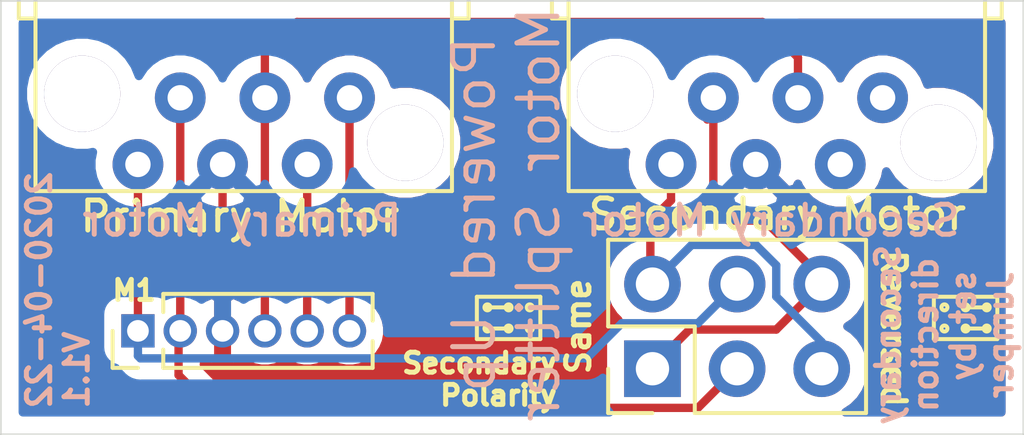
<source format=kicad_pcb>
(kicad_pcb (version 20171130) (host pcbnew "(5.1.5)-3")

  (general
    (thickness 1.6)
    (drawings 39)
    (tracks 43)
    (zones 0)
    (modules 4)
    (nets 11)
  )

  (page A4)
  (layers
    (0 F.Cu signal hide)
    (31 B.Cu signal hide)
    (32 B.Adhes user)
    (33 F.Adhes user)
    (34 B.Paste user)
    (35 F.Paste user)
    (36 B.SilkS user hide)
    (37 F.SilkS user)
    (38 B.Mask user)
    (39 F.Mask user)
    (40 Dwgs.User user)
    (41 Cmts.User user)
    (42 Eco1.User user)
    (43 Eco2.User user)
    (44 Edge.Cuts user)
    (45 Margin user)
    (46 B.CrtYd user)
    (47 F.CrtYd user)
    (48 B.Fab user)
    (49 F.Fab user)
  )

  (setup
    (last_trace_width 0.25)
    (trace_clearance 0.2)
    (zone_clearance 0.508)
    (zone_45_only no)
    (trace_min 0.1524)
    (via_size 0.8)
    (via_drill 0.4)
    (via_min_size 0.508)
    (via_min_drill 0.254)
    (uvia_size 0.3)
    (uvia_drill 0.1)
    (uvias_allowed no)
    (uvia_min_size 0.2)
    (uvia_min_drill 0.1)
    (edge_width 0.05)
    (segment_width 0.2)
    (pcb_text_width 0.3)
    (pcb_text_size 1.5 1.5)
    (mod_edge_width 0.12)
    (mod_text_size 1 1)
    (mod_text_width 0.15)
    (pad_size 1.524 1.524)
    (pad_drill 0.762)
    (pad_to_mask_clearance 0.0508)
    (solder_mask_min_width 0.1016)
    (aux_axis_origin 0 0)
    (grid_origin 92.71 110.8)
    (visible_elements 7FFFFFFF)
    (pcbplotparams
      (layerselection 0x010fc_ffffffff)
      (usegerberextensions false)
      (usegerberattributes false)
      (usegerberadvancedattributes false)
      (creategerberjobfile false)
      (excludeedgelayer true)
      (linewidth 0.100000)
      (plotframeref false)
      (viasonmask false)
      (mode 1)
      (useauxorigin false)
      (hpglpennumber 1)
      (hpglpenspeed 20)
      (hpglpendiameter 15.000000)
      (psnegative false)
      (psa4output false)
      (plotreference true)
      (plotvalue true)
      (plotinvisibletext false)
      (padsonsilk false)
      (subtractmaskfromsilk false)
      (outputformat 1)
      (mirror false)
      (drillshape 1)
      (scaleselection 1)
      (outputdirectory ""))
  )

  (net 0 "")
  (net 1 /M1)
  (net 2 /M2)
  (net 3 "Net-(J1-Pad5)")
  (net 4 "Net-(J1-Pad6)")
  (net 5 "Net-(J2-Pad1)")
  (net 6 "Net-(J2-Pad2)")
  (net 7 "Net-(J2-Pad5)")
  (net 8 "Net-(J2-Pad6)")
  (net 9 /GND)
  (net 10 /3V3)

  (net_class Default "This is the default net class."
    (clearance 0.2)
    (trace_width 0.25)
    (via_dia 0.8)
    (via_drill 0.4)
    (uvia_dia 0.3)
    (uvia_drill 0.1)
    (add_net /3V3)
    (add_net /GND)
    (add_net /M1)
    (add_net /M2)
    (add_net "Net-(J1-Pad5)")
    (add_net "Net-(J1-Pad6)")
    (add_net "Net-(J2-Pad1)")
    (add_net "Net-(J2-Pad2)")
    (add_net "Net-(J2-Pad5)")
    (add_net "Net-(J2-Pad6)")
  )

  (module Connector_PinHeader_2.54mm:PinHeader_2x03_P2.54mm_Vertical (layer F.Cu) (tedit 59FED5CC) (tstamp 5EA11B8B)
    (at 112.268 108.8315 90)
    (descr "Through hole straight pin header, 2x03, 2.54mm pitch, double rows")
    (tags "Through hole pin header THT 2x03 2.54mm double row")
    (path /5E7C427B)
    (fp_text reference J4 (at -0.889 -4.3815 90) (layer F.SilkS) hide
      (effects (font (size 1 1) (thickness 0.15)))
    )
    (fp_text value Conn_02x03_Row_Letter_First (at 1.27 7.41 90) (layer F.Fab)
      (effects (font (size 1 1) (thickness 0.15)))
    )
    (fp_text user %R (at 1.27 2.54) (layer F.Fab)
      (effects (font (size 1 1) (thickness 0.15)))
    )
    (fp_line (start 4.35 -1.8) (end -1.8 -1.8) (layer F.CrtYd) (width 0.05))
    (fp_line (start 4.35 6.85) (end 4.35 -1.8) (layer F.CrtYd) (width 0.05))
    (fp_line (start -1.8 6.85) (end 4.35 6.85) (layer F.CrtYd) (width 0.05))
    (fp_line (start -1.8 -1.8) (end -1.8 6.85) (layer F.CrtYd) (width 0.05))
    (fp_line (start -1.33 -1.33) (end 0 -1.33) (layer F.SilkS) (width 0.12))
    (fp_line (start -1.33 0) (end -1.33 -1.33) (layer F.SilkS) (width 0.12))
    (fp_line (start 1.27 -1.33) (end 3.87 -1.33) (layer F.SilkS) (width 0.12))
    (fp_line (start 1.27 1.27) (end 1.27 -1.33) (layer F.SilkS) (width 0.12))
    (fp_line (start -1.33 1.27) (end 1.27 1.27) (layer F.SilkS) (width 0.12))
    (fp_line (start 3.87 -1.33) (end 3.87 6.41) (layer F.SilkS) (width 0.12))
    (fp_line (start -1.33 1.27) (end -1.33 6.41) (layer F.SilkS) (width 0.12))
    (fp_line (start -1.33 6.41) (end 3.87 6.41) (layer F.SilkS) (width 0.12))
    (fp_line (start -1.27 0) (end 0 -1.27) (layer F.Fab) (width 0.1))
    (fp_line (start -1.27 6.35) (end -1.27 0) (layer F.Fab) (width 0.1))
    (fp_line (start 3.81 6.35) (end -1.27 6.35) (layer F.Fab) (width 0.1))
    (fp_line (start 3.81 -1.27) (end 3.81 6.35) (layer F.Fab) (width 0.1))
    (fp_line (start 0 -1.27) (end 3.81 -1.27) (layer F.Fab) (width 0.1))
    (pad 6 thru_hole oval (at 2.54 5.08 90) (size 1.7 1.7) (drill 1) (layers *.Cu *.Mask)
      (net 6 "Net-(J2-Pad2)"))
    (pad 5 thru_hole oval (at 0 5.08 90) (size 1.7 1.7) (drill 1) (layers *.Cu *.Mask)
      (net 5 "Net-(J2-Pad1)"))
    (pad 4 thru_hole oval (at 2.54 2.54 90) (size 1.7 1.7) (drill 1) (layers *.Cu *.Mask)
      (net 1 /M1))
    (pad 3 thru_hole oval (at 0 2.54 90) (size 1.7 1.7) (drill 1) (layers *.Cu *.Mask)
      (net 2 /M2))
    (pad 2 thru_hole oval (at 2.54 0 90) (size 1.7 1.7) (drill 1) (layers *.Cu *.Mask)
      (net 5 "Net-(J2-Pad1)"))
    (pad 1 thru_hole rect (at 0 0 90) (size 1.7 1.7) (drill 1) (layers *.Cu *.Mask)
      (net 6 "Net-(J2-Pad2)"))
    (model ${KISYS3DMOD}/Connector_PinHeader_2.54mm.3dshapes/PinHeader_2x03_P2.54mm_Vertical.wrl
      (at (xyz 0 0 0))
      (scale (xyz 1 1 1))
      (rotate (xyz 0 0 0))
    )
  )

  (module Connector_PinHeader_1.27mm:PinHeader_1x06_P1.27mm_Vertical (layer F.Cu) (tedit 59FED6E3) (tstamp 5E7C369A)
    (at 96.825 107.696 90)
    (descr "Through hole straight pin header, 1x06, 1.27mm pitch, single row")
    (tags "Through hole pin header THT 1x06 1.27mm single row")
    (path /5E7C322A)
    (fp_text reference J3 (at 0 -1.695 90) (layer F.SilkS) hide
      (effects (font (size 1 1) (thickness 0.15)))
    )
    (fp_text value Conn_01x06 (at 0 8.045 90) (layer F.Fab)
      (effects (font (size 1 1) (thickness 0.15)))
    )
    (fp_text user %R (at 0 3.15) (layer F.Fab)
      (effects (font (size 1 1) (thickness 0.15)))
    )
    (fp_line (start 1.55 -1.15) (end -1.55 -1.15) (layer F.CrtYd) (width 0.05))
    (fp_line (start 1.55 7.5) (end 1.55 -1.15) (layer F.CrtYd) (width 0.05))
    (fp_line (start -1.55 7.5) (end 1.55 7.5) (layer F.CrtYd) (width 0.05))
    (fp_line (start -1.55 -1.15) (end -1.55 7.5) (layer F.CrtYd) (width 0.05))
    (fp_line (start -1.11 -0.76) (end 0 -0.76) (layer F.SilkS) (width 0.12))
    (fp_line (start -1.11 0) (end -1.11 -0.76) (layer F.SilkS) (width 0.12))
    (fp_line (start 0.563471 0.76) (end 1.11 0.76) (layer F.SilkS) (width 0.12))
    (fp_line (start -1.11 0.76) (end -0.563471 0.76) (layer F.SilkS) (width 0.12))
    (fp_line (start 1.11 0.76) (end 1.11 7.045) (layer F.SilkS) (width 0.12))
    (fp_line (start -1.11 0.76) (end -1.11 7.045) (layer F.SilkS) (width 0.12))
    (fp_line (start 0.30753 7.045) (end 1.11 7.045) (layer F.SilkS) (width 0.12))
    (fp_line (start -1.11 7.045) (end -0.30753 7.045) (layer F.SilkS) (width 0.12))
    (fp_line (start -1.05 -0.11) (end -0.525 -0.635) (layer F.Fab) (width 0.1))
    (fp_line (start -1.05 6.985) (end -1.05 -0.11) (layer F.Fab) (width 0.1))
    (fp_line (start 1.05 6.985) (end -1.05 6.985) (layer F.Fab) (width 0.1))
    (fp_line (start 1.05 -0.635) (end 1.05 6.985) (layer F.Fab) (width 0.1))
    (fp_line (start -0.525 -0.635) (end 1.05 -0.635) (layer F.Fab) (width 0.1))
    (pad 6 thru_hole oval (at 0 6.35 90) (size 1 1) (drill 0.65) (layers *.Cu *.Mask)
      (net 4 "Net-(J1-Pad6)"))
    (pad 5 thru_hole oval (at 0 5.08 90) (size 1 1) (drill 0.65) (layers *.Cu *.Mask)
      (net 3 "Net-(J1-Pad5)"))
    (pad 4 thru_hole oval (at 0 3.81 90) (size 1 1) (drill 0.65) (layers *.Cu *.Mask)
      (net 10 /3V3))
    (pad 3 thru_hole oval (at 0 2.54 90) (size 1 1) (drill 0.65) (layers *.Cu *.Mask)
      (net 9 /GND))
    (pad 2 thru_hole oval (at 0 1.27 90) (size 1 1) (drill 0.65) (layers *.Cu *.Mask)
      (net 2 /M2))
    (pad 1 thru_hole rect (at 0 0 90) (size 1 1) (drill 0.65) (layers *.Cu *.Mask)
      (net 1 /M1))
    (model ${KISYS3DMOD}/Connector_PinHeader_1.27mm.3dshapes/PinHeader_1x06_P1.27mm_Vertical.wrl
      (at (xyz 0 0 0))
      (scale (xyz 1 1 1))
      (rotate (xyz 0 0 0))
    )
  )

  (module "wedo_2.0:WeDo 2.0 Female Socket" (layer F.Cu) (tedit 5E7C239F) (tstamp 5E7C2867)
    (at 116 100)
    (path /5E7C2239)
    (fp_text reference J2 (at -7.288 -0.757) (layer F.SilkS) hide
      (effects (font (size 1 1) (thickness 0.15)))
    )
    (fp_text value FemaleConnector (at 11.43 15.24) (layer F.Fab) hide
      (effects (font (size 1 1) (thickness 0.15)))
    )
    (fp_line (start -6.75 -2.54) (end -6.25 -2.54) (layer F.SilkS) (width 0.12))
    (fp_line (start -6.75 -2.54) (end -6.75 -1.68) (layer F.SilkS) (width 0.12))
    (fp_line (start -6.75 -1.68) (end -6.25 -1.68) (layer F.SilkS) (width 0.12))
    (fp_line (start 6.75 -2.54) (end 6.75 -1.68) (layer F.SilkS) (width 0.12))
    (fp_line (start 6.25 -1.68) (end 6.75 -1.68) (layer F.SilkS) (width 0.12))
    (fp_line (start 6.25 -2.54) (end 6.75 -2.54) (layer F.SilkS) (width 0.12))
    (fp_line (start -6.25 -3.5) (end 6.25 -3.5) (layer F.SilkS) (width 0.12))
    (fp_line (start 6.25 -3.5) (end 6.25 3.5) (layer F.SilkS) (width 0.12))
    (fp_line (start 6.25 3.5) (end -6.25 3.5) (layer F.SilkS) (width 0.12))
    (fp_line (start -6.25 3.5) (end -6.25 -3.5) (layer F.SilkS) (width 0.12))
    (pad 1 thru_hole circle (at -3.175 2.7) (size 1.524 1.524) (drill 0.762) (layers *.Cu *.Mask)
      (net 5 "Net-(J2-Pad1)"))
    (pad 2 thru_hole circle (at -1.905 0.7) (size 1.524 1.524) (drill 0.762) (layers *.Cu *.Mask)
      (net 6 "Net-(J2-Pad2)"))
    (pad 3 thru_hole circle (at -0.635 2.7) (size 1.524 1.524) (drill 0.762) (layers *.Cu *.Mask)
      (net 9 /GND))
    (pad 4 thru_hole circle (at 0.635 0.7) (size 1.524 1.524) (drill 0.762) (layers *.Cu *.Mask)
      (net 10 /3V3))
    (pad 5 thru_hole circle (at 1.905 2.7) (size 1.524 1.524) (drill 0.762) (layers *.Cu *.Mask)
      (net 7 "Net-(J2-Pad5)"))
    (pad 6 thru_hole circle (at 3.175 0.7) (size 1.524 1.524) (drill 0.762) (layers *.Cu *.Mask)
      (net 8 "Net-(J2-Pad6)"))
    (pad "" thru_hole circle (at -4.85 0.58) (size 2.286 2.286) (drill 2.286) (layers *.Cu *.Mask))
    (pad "" thru_hole circle (at 4.85 2.05) (size 2.286 2.286) (drill 2.286) (layers *.Cu *.Mask))
  )

  (module "wedo_2.0:WeDo 2.0 Female Socket" (layer F.Cu) (tedit 5E7C239F) (tstamp 5E7C219C)
    (at 100 100)
    (path /5E7C081C)
    (fp_text reference J1 (at 7.2515 0.7035) (layer F.SilkS) hide
      (effects (font (size 1 1) (thickness 0.15)))
    )
    (fp_text value FemaleConnector (at 11.43 15.24) (layer F.Fab) hide
      (effects (font (size 1 1) (thickness 0.15)))
    )
    (fp_line (start -6.75 -2.54) (end -6.25 -2.54) (layer F.SilkS) (width 0.12))
    (fp_line (start -6.75 -2.54) (end -6.75 -1.68) (layer F.SilkS) (width 0.12))
    (fp_line (start -6.75 -1.68) (end -6.25 -1.68) (layer F.SilkS) (width 0.12))
    (fp_line (start 6.75 -2.54) (end 6.75 -1.68) (layer F.SilkS) (width 0.12))
    (fp_line (start 6.25 -1.68) (end 6.75 -1.68) (layer F.SilkS) (width 0.12))
    (fp_line (start 6.25 -2.54) (end 6.75 -2.54) (layer F.SilkS) (width 0.12))
    (fp_line (start -6.25 -3.5) (end 6.25 -3.5) (layer F.SilkS) (width 0.12))
    (fp_line (start 6.25 -3.5) (end 6.25 3.5) (layer F.SilkS) (width 0.12))
    (fp_line (start 6.25 3.5) (end -6.25 3.5) (layer F.SilkS) (width 0.12))
    (fp_line (start -6.25 3.5) (end -6.25 -3.5) (layer F.SilkS) (width 0.12))
    (pad 1 thru_hole circle (at -3.175 2.7) (size 1.524 1.524) (drill 0.762) (layers *.Cu *.Mask)
      (net 1 /M1))
    (pad 2 thru_hole circle (at -1.905 0.7) (size 1.524 1.524) (drill 0.762) (layers *.Cu *.Mask)
      (net 2 /M2))
    (pad 3 thru_hole circle (at -0.635 2.7) (size 1.524 1.524) (drill 0.762) (layers *.Cu *.Mask)
      (net 9 /GND))
    (pad 4 thru_hole circle (at 0.635 0.7) (size 1.524 1.524) (drill 0.762) (layers *.Cu *.Mask)
      (net 10 /3V3))
    (pad 5 thru_hole circle (at 1.905 2.7) (size 1.524 1.524) (drill 0.762) (layers *.Cu *.Mask)
      (net 3 "Net-(J1-Pad5)"))
    (pad 6 thru_hole circle (at 3.175 0.7) (size 1.524 1.524) (drill 0.762) (layers *.Cu *.Mask)
      (net 4 "Net-(J1-Pad6)"))
    (pad "" thru_hole circle (at -4.85 0.58) (size 2.286 2.286) (drill 2.286) (layers *.Cu *.Mask))
    (pad "" thru_hole circle (at 4.85 2.05) (size 2.286 2.286) (drill 2.286) (layers *.Cu *.Mask))
  )

  (gr_line (start 108.9025 107.9425) (end 108.9025 106.6725) (layer F.SilkS) (width 0.12) (tstamp 5EA11D74))
  (gr_line (start 106.9975 107.9425) (end 108.9025 107.9425) (layer F.SilkS) (width 0.12) (tstamp 5EA11D73))
  (gr_line (start 107.315 107.625) (end 107.95 107.625) (layer F.SilkS) (width 0.12) (tstamp 5EA11D72))
  (gr_line (start 106.9975 107.9425) (end 106.9975 106.6725) (layer F.SilkS) (width 0.12) (tstamp 5EA11D71))
  (gr_line (start 107.315 106.99) (end 107.95 106.99) (layer F.SilkS) (width 0.12) (tstamp 5EA11D70))
  (gr_circle (center 108.585 107.625) (end 108.6485 107.6885) (layer F.SilkS) (width 0.12) (tstamp 5EA11D6F))
  (gr_circle (center 107.315 107.625) (end 107.3785 107.6885) (layer F.SilkS) (width 0.12) (tstamp 5EA11D6E))
  (gr_circle (center 107.95 106.99) (end 108.0135 107.0535) (layer F.SilkS) (width 0.12) (tstamp 5EA11D6D))
  (gr_circle (center 107.95 107.625) (end 108.0135 107.6885) (layer F.SilkS) (width 0.12) (tstamp 5EA11D6C))
  (gr_circle (center 108.585 106.99) (end 108.6485 107.0535) (layer F.SilkS) (width 0.12) (tstamp 5EA11D6B))
  (gr_circle (center 107.315 106.99) (end 107.3785 107.0535) (layer F.SilkS) (width 0.12) (tstamp 5EA11D6A))
  (gr_line (start 106.9975 106.6725) (end 108.9025 106.6725) (layer F.SilkS) (width 0.12) (tstamp 5EA11D69))
  (gr_line (start 121.666 107.625) (end 122.301 107.625) (layer F.SilkS) (width 0.12) (tstamp 5EA11D4A))
  (gr_line (start 121.666 106.99) (end 122.301 106.99) (layer F.SilkS) (width 0.12) (tstamp 5EA11D49))
  (gr_line (start 120.7135 107.9425) (end 120.7135 106.6725) (layer F.SilkS) (width 0.12) (tstamp 5EA11D48))
  (gr_line (start 122.6185 107.9425) (end 122.6185 106.6725) (layer F.SilkS) (width 0.12) (tstamp 5EA11D47))
  (gr_line (start 120.7135 107.9425) (end 122.6185 107.9425) (layer F.SilkS) (width 0.12))
  (gr_line (start 120.7135 106.6725) (end 122.6185 106.6725) (layer F.SilkS) (width 0.12))
  (gr_circle (center 122.301 107.625) (end 122.3645 107.6885) (layer F.SilkS) (width 0.12) (tstamp 5EA11D22))
  (gr_circle (center 121.666 107.625) (end 121.7295 107.6885) (layer F.SilkS) (width 0.12) (tstamp 5EA11D20))
  (gr_circle (center 121.031 107.625) (end 121.0945 107.6885) (layer F.SilkS) (width 0.12) (tstamp 5EA11D1E))
  (gr_circle (center 122.301 106.99) (end 122.3645 107.0535) (layer F.SilkS) (width 0.12) (tstamp 5EA11D1C))
  (gr_circle (center 121.666 106.99) (end 121.7295 107.0535) (layer F.SilkS) (width 0.12) (tstamp 5EA11D1A))
  (gr_circle (center 121.031 106.99) (end 121.0945 107.0535) (layer F.SilkS) (width 0.12))
  (gr_text "Secondary Motor" (at 116.0145 104.196) (layer F.SilkS) (tstamp 5EA11C49)
    (effects (font (size 0.9 0.9) (thickness 0.15)))
  )
  (gr_text "Primary Motor" (at 99.8855 104.2595) (layer F.SilkS) (tstamp 5EA11C53)
    (effects (font (size 0.9 0.9) (thickness 0.15)))
  )
  (gr_text "2020-04-22\nV1.1" (at 94.4245 110.1015 90) (layer B.SilkS) (tstamp 5E7D3474)
    (effects (font (size 0.7 0.7) (thickness 0.15)) (justify right mirror))
  )
  (gr_text "Secondary\ndirection\nset by \nJumper" (at 121.031 107.8155 90) (layer B.SilkS) (tstamp 5EA11983)
    (effects (font (size 0.7 0.7) (thickness 0.15)) (justify mirror))
  )
  (gr_text "Secondary Motor" (at 115.824 104.3865) (layer B.SilkS) (tstamp 5E7D33D9)
    (effects (font (size 0.9 0.9) (thickness 0.15)) (justify mirror))
  )
  (gr_text "Primary Motor" (at 99.949 104.3865) (layer B.SilkS)
    (effects (font (size 0.9 0.9) (thickness 0.15)) (justify mirror))
  )
  (gr_text "Powered Up\nMotor Splitter" (at 107.8865 104.196 90) (layer B.SilkS)
    (effects (font (size 1.2 1.2) (thickness 0.15)) (justify mirror))
  )
  (gr_text M1 (at 96.7105 106.482) (layer F.SilkS) (tstamp 5E7D2A15)
    (effects (font (size 0.6 0.6) (thickness 0.15)))
  )
  (gr_text "Secondary\nPolarity" (at 109.474 109.149) (layer F.SilkS) (tstamp 5EA11C25)
    (effects (font (size 0.6 0.6) (thickness 0.15)) (justify right))
  )
  (gr_text Reversed (at 119.507 107.625 270) (layer F.SilkS)
    (effects (font (size 0.7 0.7) (thickness 0.15)))
  )
  (gr_text Same (at 110.0455 107.5615 90) (layer F.SilkS) (tstamp 5EA11C05)
    (effects (font (size 0.7 0.7) (thickness 0.15)))
  )
  (gr_line (start 92.71 110.8) (end 92.71 97.79) (layer Edge.Cuts) (width 0.05) (tstamp 5E7C3B1C))
  (gr_line (start 123.4 110.8) (end 92.71 110.8) (layer Edge.Cuts) (width 0.05))
  (gr_line (start 123.4 97.79) (end 123.4 110.8) (layer Edge.Cuts) (width 0.05))
  (gr_line (start 92.71 97.79) (end 123.4 97.79) (layer Edge.Cuts) (width 0.05))

  (segment (start 96.825 102.7) (end 96.825 107.493) (width 0.25) (layer F.Cu) (net 1) (status 30))
  (segment (start 111.347997 107.466501) (end 113.632999 107.466501) (width 0.25) (layer B.Cu) (net 1))
  (segment (start 110.293497 108.521001) (end 111.347997 107.466501) (width 0.25) (layer B.Cu) (net 1))
  (segment (start 96.900001 108.521001) (end 110.293497 108.521001) (width 0.25) (layer B.Cu) (net 1))
  (segment (start 96.825 107.696) (end 96.825 108.446) (width 0.25) (layer B.Cu) (net 1))
  (segment (start 96.825 108.446) (end 96.900001 108.521001) (width 0.25) (layer B.Cu) (net 1))
  (segment (start 113.632999 107.466501) (end 114.7445 106.355) (width 0.25) (layer B.Cu) (net 1))
  (segment (start 98.095 100.7) (end 98.095 107.645) (width 0.25) (layer F.Cu) (net 2) (status 30))
  (segment (start 113.632999 110.006501) (end 99.028501 110.006501) (width 0.25) (layer F.Cu) (net 2))
  (segment (start 114.808 108.8315) (end 113.632999 110.006501) (width 0.25) (layer F.Cu) (net 2))
  (segment (start 99.028501 110.006501) (end 98.044 109.022) (width 0.25) (layer F.Cu) (net 2))
  (segment (start 98.044 109.022) (end 98.044 107.6885) (width 0.25) (layer F.Cu) (net 2))
  (segment (start 101.905 102.7) (end 101.905 107.391) (width 0.25) (layer F.Cu) (net 3) (status 30))
  (segment (start 103.175 100.7) (end 103.175 107.645) (width 0.25) (layer F.Cu) (net 4) (status 30))
  (segment (start 112.825 103.77763) (end 112.2045 104.39813) (width 0.25) (layer F.Cu) (net 5))
  (segment (start 112.825 102.7) (end 112.825 103.77763) (width 0.25) (layer F.Cu) (net 5))
  (segment (start 112.2045 104.39813) (end 112.2045 106.1645) (width 0.25) (layer F.Cu) (net 5))
  (segment (start 115.372001 105.116499) (end 113.443001 105.116499) (width 0.25) (layer B.Cu) (net 5))
  (segment (start 115.983001 106.665503) (end 115.983001 105.727499) (width 0.25) (layer B.Cu) (net 5))
  (segment (start 117.348 108.8315) (end 117.348 108.030502) (width 0.25) (layer B.Cu) (net 5))
  (segment (start 115.983001 105.727499) (end 115.372001 105.116499) (width 0.25) (layer B.Cu) (net 5))
  (segment (start 117.348 108.030502) (end 115.983001 106.665503) (width 0.25) (layer B.Cu) (net 5))
  (segment (start 113.443001 105.116499) (end 112.3315 106.228) (width 0.25) (layer B.Cu) (net 5))
  (segment (start 113.912001 101.352999) (end 114.3 100.965) (width 0.25) (layer F.Cu) (net 6) (status 30))
  (segment (start 115.983001 107.656499) (end 113.379501 107.656499) (width 0.25) (layer F.Cu) (net 6))
  (segment (start 117.348 106.2915) (end 115.983001 107.656499) (width 0.25) (layer F.Cu) (net 6))
  (segment (start 113.379501 107.656499) (end 112.522 108.514) (width 0.25) (layer F.Cu) (net 6))
  (segment (start 114.095 100.7) (end 114.095 103.9275) (width 0.25) (layer F.Cu) (net 6))
  (segment (start 114.095 103.9275) (end 114.554 104.3865) (width 0.25) (layer F.Cu) (net 6))
  (segment (start 114.554 104.3865) (end 115.6335 104.3865) (width 0.25) (layer F.Cu) (net 6))
  (segment (start 115.6335 104.3865) (end 117.4115 106.1645) (width 0.25) (layer F.Cu) (net 6))
  (segment (start 99.365 102.7) (end 99.365 107.493) (width 0.25) (layer F.Cu) (net 9) (status 30))
  (segment (start 99.365 102.7) (end 100.805 104.14) (width 0.25) (layer B.Cu) (net 9) (status 10))
  (segment (start 115.365 102.7) (end 113.925 104.14) (width 0.25) (layer B.Cu) (net 9) (status 10))
  (segment (start 113.925 104.14) (end 100.965 104.14) (width 0.25) (layer B.Cu) (net 9))
  (segment (start 100.805 104.14) (end 100.965 104.14) (width 0.25) (layer B.Cu) (net 9))
  (segment (start 100.965 104.14) (end 101.6 104.14) (width 0.25) (layer B.Cu) (net 9))
  (segment (start 100.635 100.7) (end 100.635 107.645) (width 0.25) (layer F.Cu) (net 10) (status 30))
  (segment (start 116.635 100.7) (end 116.635 99.49) (width 0.25) (layer F.Cu) (net 10) (status 10))
  (segment (start 100.635 100.7) (end 100.635 99.39) (width 0.25) (layer F.Cu) (net 10) (status 10))
  (segment (start 100.635 99.39) (end 101.6 98.425) (width 0.25) (layer F.Cu) (net 10))
  (segment (start 115.57 98.425) (end 116.635 99.49) (width 0.25) (layer F.Cu) (net 10))
  (segment (start 101.6 98.425) (end 115.57 98.425) (width 0.25) (layer F.Cu) (net 10))

  (zone (net 9) (net_name /GND) (layer B.Cu) (tstamp 5EA11CAB) (hatch edge 0.508)
    (connect_pads (clearance 0.508))
    (min_thickness 0.254)
    (fill yes (arc_segments 32) (thermal_gap 0.508) (thermal_bridge_width 0.508))
    (polygon
      (pts
        (xy 123.444 110.744) (xy 92.71 110.744) (xy 92.71 97.79) (xy 123.19 97.79)
      )
    )
    (filled_polygon
      (pts
        (xy 122.740001 110.14) (xy 118.062621 110.14) (xy 118.294632 109.984975) (xy 118.501475 109.778132) (xy 118.66399 109.534911)
        (xy 118.775932 109.264658) (xy 118.833 108.97776) (xy 118.833 108.68524) (xy 118.775932 108.398342) (xy 118.66399 108.128089)
        (xy 118.501475 107.884868) (xy 118.294632 107.678025) (xy 118.12024 107.5615) (xy 118.294632 107.444975) (xy 118.501475 107.238132)
        (xy 118.66399 106.994911) (xy 118.775932 106.724658) (xy 118.833 106.43776) (xy 118.833 106.14524) (xy 118.775932 105.858342)
        (xy 118.66399 105.588089) (xy 118.501475 105.344868) (xy 118.294632 105.138025) (xy 118.051411 104.97551) (xy 117.781158 104.863568)
        (xy 117.49426 104.8065) (xy 117.20174 104.8065) (xy 116.914842 104.863568) (xy 116.644589 104.97551) (xy 116.441509 105.111204)
        (xy 115.935804 104.605501) (xy 115.912002 104.576498) (xy 115.796277 104.481525) (xy 115.664248 104.410953) (xy 115.520987 104.367496)
        (xy 115.409334 104.356499) (xy 115.409323 104.356499) (xy 115.372001 104.352823) (xy 115.334679 104.356499) (xy 113.480326 104.356499)
        (xy 113.443001 104.352823) (xy 113.405676 104.356499) (xy 113.405668 104.356499) (xy 113.294015 104.367496) (xy 113.150754 104.410953)
        (xy 113.018725 104.481525) (xy 112.903 104.576498) (xy 112.879202 104.605496) (xy 112.634408 104.85029) (xy 112.41426 104.8065)
        (xy 112.12174 104.8065) (xy 111.834842 104.863568) (xy 111.564589 104.97551) (xy 111.321368 105.138025) (xy 111.114525 105.344868)
        (xy 110.95201 105.588089) (xy 110.840068 105.858342) (xy 110.783 106.14524) (xy 110.783 106.43776) (xy 110.840068 106.724658)
        (xy 110.894327 106.85565) (xy 110.807996 106.9265) (xy 110.784198 106.955498) (xy 109.978696 107.761001) (xy 104.31 107.761001)
        (xy 104.31 107.584212) (xy 104.266383 107.364933) (xy 104.180824 107.158376) (xy 104.056612 106.97248) (xy 103.89852 106.814388)
        (xy 103.712624 106.690176) (xy 103.506067 106.604617) (xy 103.286788 106.561) (xy 103.063212 106.561) (xy 102.843933 106.604617)
        (xy 102.637376 106.690176) (xy 102.54 106.755241) (xy 102.442624 106.690176) (xy 102.236067 106.604617) (xy 102.016788 106.561)
        (xy 101.793212 106.561) (xy 101.573933 106.604617) (xy 101.367376 106.690176) (xy 101.27 106.755241) (xy 101.172624 106.690176)
        (xy 100.966067 106.604617) (xy 100.746788 106.561) (xy 100.523212 106.561) (xy 100.303933 106.604617) (xy 100.097376 106.690176)
        (xy 99.995342 106.758353) (xy 99.925206 106.708877) (xy 99.721864 106.618554) (xy 99.666874 106.601881) (xy 99.492 106.728046)
        (xy 99.492 107.569) (xy 99.503026 107.569) (xy 99.5 107.584212) (xy 99.5 107.761001) (xy 99.23 107.761001)
        (xy 99.23 107.584212) (xy 99.226974 107.569) (xy 99.238 107.569) (xy 99.238 106.728046) (xy 99.063126 106.601881)
        (xy 99.008136 106.618554) (xy 98.804794 106.708877) (xy 98.734658 106.758353) (xy 98.632624 106.690176) (xy 98.426067 106.604617)
        (xy 98.206788 106.561) (xy 97.983212 106.561) (xy 97.763933 106.604617) (xy 97.652226 106.650888) (xy 97.56918 106.606498)
        (xy 97.449482 106.570188) (xy 97.325 106.557928) (xy 96.325 106.557928) (xy 96.200518 106.570188) (xy 96.08082 106.606498)
        (xy 95.970506 106.665463) (xy 95.873815 106.744815) (xy 95.794463 106.841506) (xy 95.735498 106.95182) (xy 95.699188 107.071518)
        (xy 95.686928 107.196) (xy 95.686928 108.196) (xy 95.699188 108.320482) (xy 95.735498 108.44018) (xy 95.794463 108.550494)
        (xy 95.873815 108.647185) (xy 95.970506 108.726537) (xy 96.08082 108.785502) (xy 96.157078 108.808635) (xy 96.190026 108.870276)
        (xy 96.261201 108.957002) (xy 96.285 108.986001) (xy 96.313996 109.009797) (xy 96.3362 109.032002) (xy 96.36 109.061002)
        (xy 96.475725 109.155975) (xy 96.607754 109.226547) (xy 96.751015 109.270004) (xy 96.862668 109.281001) (xy 96.862678 109.281001)
        (xy 96.9 109.284677) (xy 96.937323 109.281001) (xy 110.256175 109.281001) (xy 110.293497 109.284677) (xy 110.330819 109.281001)
        (xy 110.33083 109.281001) (xy 110.442483 109.270004) (xy 110.585744 109.226547) (xy 110.717773 109.155975) (xy 110.779928 109.104966)
        (xy 110.779928 109.6815) (xy 110.792188 109.805982) (xy 110.828498 109.92568) (xy 110.887463 110.035994) (xy 110.966815 110.132685)
        (xy 110.975728 110.14) (xy 93.37 110.14) (xy 93.37 100.404882) (xy 93.372 100.404882) (xy 93.372 100.755118)
        (xy 93.440328 101.098623) (xy 93.574357 101.422199) (xy 93.768937 101.713409) (xy 94.016591 101.961063) (xy 94.307801 102.155643)
        (xy 94.631377 102.289672) (xy 94.974882 102.358) (xy 95.325118 102.358) (xy 95.474573 102.328271) (xy 95.428 102.562408)
        (xy 95.428 102.837592) (xy 95.481686 103.10749) (xy 95.586995 103.361727) (xy 95.73988 103.590535) (xy 95.934465 103.78512)
        (xy 96.163273 103.938005) (xy 96.41751 104.043314) (xy 96.687408 104.097) (xy 96.962592 104.097) (xy 97.23249 104.043314)
        (xy 97.486727 103.938005) (xy 97.715535 103.78512) (xy 97.83509 103.665565) (xy 98.57904 103.665565) (xy 98.64602 103.905656)
        (xy 98.895048 104.022756) (xy 99.162135 104.089023) (xy 99.437017 104.10191) (xy 99.709133 104.060922) (xy 99.968023 103.967636)
        (xy 100.08398 103.905656) (xy 100.15096 103.665565) (xy 99.365 102.879605) (xy 98.57904 103.665565) (xy 97.83509 103.665565)
        (xy 97.91012 103.590535) (xy 98.063005 103.361727) (xy 98.092692 103.290057) (xy 98.097364 103.303023) (xy 98.159344 103.41898)
        (xy 98.399435 103.48596) (xy 99.185395 102.7) (xy 99.171253 102.685858) (xy 99.350858 102.506253) (xy 99.365 102.520395)
        (xy 99.379143 102.506253) (xy 99.558748 102.685858) (xy 99.544605 102.7) (xy 100.330565 103.48596) (xy 100.570656 103.41898)
        (xy 100.634485 103.28324) (xy 100.666995 103.361727) (xy 100.81988 103.590535) (xy 101.014465 103.78512) (xy 101.243273 103.938005)
        (xy 101.49751 104.043314) (xy 101.767408 104.097) (xy 102.042592 104.097) (xy 102.31249 104.043314) (xy 102.566727 103.938005)
        (xy 102.795535 103.78512) (xy 102.99012 103.590535) (xy 103.143005 103.361727) (xy 103.248314 103.10749) (xy 103.287288 102.911552)
        (xy 103.468937 103.183409) (xy 103.716591 103.431063) (xy 104.007801 103.625643) (xy 104.331377 103.759672) (xy 104.674882 103.828)
        (xy 105.025118 103.828) (xy 105.368623 103.759672) (xy 105.692199 103.625643) (xy 105.983409 103.431063) (xy 106.231063 103.183409)
        (xy 106.425643 102.892199) (xy 106.559672 102.568623) (xy 106.628 102.225118) (xy 106.628 101.874882) (xy 106.559672 101.531377)
        (xy 106.425643 101.207801) (xy 106.231063 100.916591) (xy 105.983409 100.668937) (xy 105.692199 100.474357) (xy 105.524471 100.404882)
        (xy 109.372 100.404882) (xy 109.372 100.755118) (xy 109.440328 101.098623) (xy 109.574357 101.422199) (xy 109.768937 101.713409)
        (xy 110.016591 101.961063) (xy 110.307801 102.155643) (xy 110.631377 102.289672) (xy 110.974882 102.358) (xy 111.325118 102.358)
        (xy 111.474573 102.328271) (xy 111.428 102.562408) (xy 111.428 102.837592) (xy 111.481686 103.10749) (xy 111.586995 103.361727)
        (xy 111.73988 103.590535) (xy 111.934465 103.78512) (xy 112.163273 103.938005) (xy 112.41751 104.043314) (xy 112.687408 104.097)
        (xy 112.962592 104.097) (xy 113.23249 104.043314) (xy 113.486727 103.938005) (xy 113.715535 103.78512) (xy 113.83509 103.665565)
        (xy 114.57904 103.665565) (xy 114.64602 103.905656) (xy 114.895048 104.022756) (xy 115.162135 104.089023) (xy 115.437017 104.10191)
        (xy 115.709133 104.060922) (xy 115.968023 103.967636) (xy 116.08398 103.905656) (xy 116.15096 103.665565) (xy 115.365 102.879605)
        (xy 114.57904 103.665565) (xy 113.83509 103.665565) (xy 113.91012 103.590535) (xy 114.063005 103.361727) (xy 114.092692 103.290057)
        (xy 114.097364 103.303023) (xy 114.159344 103.41898) (xy 114.399435 103.48596) (xy 115.185395 102.7) (xy 115.171253 102.685858)
        (xy 115.350858 102.506253) (xy 115.365 102.520395) (xy 115.379143 102.506253) (xy 115.558748 102.685858) (xy 115.544605 102.7)
        (xy 116.330565 103.48596) (xy 116.570656 103.41898) (xy 116.634485 103.28324) (xy 116.666995 103.361727) (xy 116.81988 103.590535)
        (xy 117.014465 103.78512) (xy 117.243273 103.938005) (xy 117.49751 104.043314) (xy 117.767408 104.097) (xy 118.042592 104.097)
        (xy 118.31249 104.043314) (xy 118.566727 103.938005) (xy 118.795535 103.78512) (xy 118.99012 103.590535) (xy 119.143005 103.361727)
        (xy 119.248314 103.10749) (xy 119.287288 102.911552) (xy 119.468937 103.183409) (xy 119.716591 103.431063) (xy 120.007801 103.625643)
        (xy 120.331377 103.759672) (xy 120.674882 103.828) (xy 121.025118 103.828) (xy 121.368623 103.759672) (xy 121.692199 103.625643)
        (xy 121.983409 103.431063) (xy 122.231063 103.183409) (xy 122.425643 102.892199) (xy 122.559672 102.568623) (xy 122.628 102.225118)
        (xy 122.628 101.874882) (xy 122.559672 101.531377) (xy 122.425643 101.207801) (xy 122.231063 100.916591) (xy 121.983409 100.668937)
        (xy 121.692199 100.474357) (xy 121.368623 100.340328) (xy 121.025118 100.272) (xy 120.674882 100.272) (xy 120.520349 100.302739)
        (xy 120.518314 100.29251) (xy 120.413005 100.038273) (xy 120.26012 99.809465) (xy 120.065535 99.61488) (xy 119.836727 99.461995)
        (xy 119.58249 99.356686) (xy 119.312592 99.303) (xy 119.037408 99.303) (xy 118.76751 99.356686) (xy 118.513273 99.461995)
        (xy 118.284465 99.61488) (xy 118.08988 99.809465) (xy 117.936995 100.038273) (xy 117.905 100.115515) (xy 117.873005 100.038273)
        (xy 117.72012 99.809465) (xy 117.525535 99.61488) (xy 117.296727 99.461995) (xy 117.04249 99.356686) (xy 116.772592 99.303)
        (xy 116.497408 99.303) (xy 116.22751 99.356686) (xy 115.973273 99.461995) (xy 115.744465 99.61488) (xy 115.54988 99.809465)
        (xy 115.396995 100.038273) (xy 115.365 100.115515) (xy 115.333005 100.038273) (xy 115.18012 99.809465) (xy 114.985535 99.61488)
        (xy 114.756727 99.461995) (xy 114.50249 99.356686) (xy 114.232592 99.303) (xy 113.957408 99.303) (xy 113.68751 99.356686)
        (xy 113.433273 99.461995) (xy 113.204465 99.61488) (xy 113.00988 99.809465) (xy 112.856995 100.038273) (xy 112.853549 100.046594)
        (xy 112.725643 99.737801) (xy 112.531063 99.446591) (xy 112.283409 99.198937) (xy 111.992199 99.004357) (xy 111.668623 98.870328)
        (xy 111.325118 98.802) (xy 110.974882 98.802) (xy 110.631377 98.870328) (xy 110.307801 99.004357) (xy 110.016591 99.198937)
        (xy 109.768937 99.446591) (xy 109.574357 99.737801) (xy 109.440328 100.061377) (xy 109.372 100.404882) (xy 105.524471 100.404882)
        (xy 105.368623 100.340328) (xy 105.025118 100.272) (xy 104.674882 100.272) (xy 104.520349 100.302739) (xy 104.518314 100.29251)
        (xy 104.413005 100.038273) (xy 104.26012 99.809465) (xy 104.065535 99.61488) (xy 103.836727 99.461995) (xy 103.58249 99.356686)
        (xy 103.312592 99.303) (xy 103.037408 99.303) (xy 102.76751 99.356686) (xy 102.513273 99.461995) (xy 102.284465 99.61488)
        (xy 102.08988 99.809465) (xy 101.936995 100.038273) (xy 101.905 100.115515) (xy 101.873005 100.038273) (xy 101.72012 99.809465)
        (xy 101.525535 99.61488) (xy 101.296727 99.461995) (xy 101.04249 99.356686) (xy 100.772592 99.303) (xy 100.497408 99.303)
        (xy 100.22751 99.356686) (xy 99.973273 99.461995) (xy 99.744465 99.61488) (xy 99.54988 99.809465) (xy 99.396995 100.038273)
        (xy 99.365 100.115515) (xy 99.333005 100.038273) (xy 99.18012 99.809465) (xy 98.985535 99.61488) (xy 98.756727 99.461995)
        (xy 98.50249 99.356686) (xy 98.232592 99.303) (xy 97.957408 99.303) (xy 97.68751 99.356686) (xy 97.433273 99.461995)
        (xy 97.204465 99.61488) (xy 97.00988 99.809465) (xy 96.856995 100.038273) (xy 96.853549 100.046594) (xy 96.725643 99.737801)
        (xy 96.531063 99.446591) (xy 96.283409 99.198937) (xy 95.992199 99.004357) (xy 95.668623 98.870328) (xy 95.325118 98.802)
        (xy 94.974882 98.802) (xy 94.631377 98.870328) (xy 94.307801 99.004357) (xy 94.016591 99.198937) (xy 93.768937 99.446591)
        (xy 93.574357 99.737801) (xy 93.440328 100.061377) (xy 93.372 100.404882) (xy 93.37 100.404882) (xy 93.37 98.45)
        (xy 122.74 98.45)
      )
    )
  )
  (zone (net 9) (net_name /GND) (layer F.Cu) (tstamp 5EA11CA8) (hatch edge 0.508)
    (connect_pads (clearance 0.508))
    (min_thickness 0.254)
    (fill yes (arc_segments 32) (thermal_gap 0.508) (thermal_bridge_width 0.508))
    (polygon
      (pts
        (xy 123.444 110.744) (xy 92.71 110.744) (xy 92.71 97.79) (xy 123.19 97.79)
      )
    )
    (filled_polygon
      (pts
        (xy 122.740001 110.14) (xy 118.062621 110.14) (xy 118.294632 109.984975) (xy 118.501475 109.778132) (xy 118.66399 109.534911)
        (xy 118.775932 109.264658) (xy 118.833 108.97776) (xy 118.833 108.68524) (xy 118.775932 108.398342) (xy 118.66399 108.128089)
        (xy 118.501475 107.884868) (xy 118.294632 107.678025) (xy 118.12024 107.5615) (xy 118.294632 107.444975) (xy 118.501475 107.238132)
        (xy 118.66399 106.994911) (xy 118.775932 106.724658) (xy 118.833 106.43776) (xy 118.833 106.14524) (xy 118.775932 105.858342)
        (xy 118.66399 105.588089) (xy 118.501475 105.344868) (xy 118.294632 105.138025) (xy 118.051411 104.97551) (xy 117.781158 104.863568)
        (xy 117.49426 104.8065) (xy 117.20174 104.8065) (xy 117.140486 104.818684) (xy 116.197304 103.875503) (xy 116.173501 103.846499)
        (xy 116.114086 103.797739) (xy 116.15096 103.665565) (xy 115.365 102.879605) (xy 115.350858 102.893748) (xy 115.171253 102.714143)
        (xy 115.185395 102.7) (xy 115.171253 102.685858) (xy 115.350858 102.506253) (xy 115.365 102.520395) (xy 115.379143 102.506253)
        (xy 115.558748 102.685858) (xy 115.544605 102.7) (xy 116.330565 103.48596) (xy 116.570656 103.41898) (xy 116.634485 103.28324)
        (xy 116.666995 103.361727) (xy 116.81988 103.590535) (xy 117.014465 103.78512) (xy 117.243273 103.938005) (xy 117.49751 104.043314)
        (xy 117.767408 104.097) (xy 118.042592 104.097) (xy 118.31249 104.043314) (xy 118.566727 103.938005) (xy 118.795535 103.78512)
        (xy 118.99012 103.590535) (xy 119.143005 103.361727) (xy 119.248314 103.10749) (xy 119.287288 102.911552) (xy 119.468937 103.183409)
        (xy 119.716591 103.431063) (xy 120.007801 103.625643) (xy 120.331377 103.759672) (xy 120.674882 103.828) (xy 121.025118 103.828)
        (xy 121.368623 103.759672) (xy 121.692199 103.625643) (xy 121.983409 103.431063) (xy 122.231063 103.183409) (xy 122.425643 102.892199)
        (xy 122.559672 102.568623) (xy 122.628 102.225118) (xy 122.628 101.874882) (xy 122.559672 101.531377) (xy 122.425643 101.207801)
        (xy 122.231063 100.916591) (xy 121.983409 100.668937) (xy 121.692199 100.474357) (xy 121.368623 100.340328) (xy 121.025118 100.272)
        (xy 120.674882 100.272) (xy 120.520349 100.302739) (xy 120.518314 100.29251) (xy 120.413005 100.038273) (xy 120.26012 99.809465)
        (xy 120.065535 99.61488) (xy 119.836727 99.461995) (xy 119.58249 99.356686) (xy 119.312592 99.303) (xy 119.037408 99.303)
        (xy 118.76751 99.356686) (xy 118.513273 99.461995) (xy 118.284465 99.61488) (xy 118.08988 99.809465) (xy 117.936995 100.038273)
        (xy 117.905 100.115515) (xy 117.873005 100.038273) (xy 117.72012 99.809465) (xy 117.525535 99.61488) (xy 117.395 99.527659)
        (xy 117.395 99.527322) (xy 117.398676 99.489999) (xy 117.395 99.452676) (xy 117.395 99.452667) (xy 117.384003 99.341014)
        (xy 117.340546 99.197753) (xy 117.269974 99.065724) (xy 117.256811 99.049685) (xy 117.198799 98.978996) (xy 117.198795 98.978992)
        (xy 117.175001 98.949999) (xy 117.146008 98.926205) (xy 116.669802 98.45) (xy 122.74 98.45)
      )
    )
    (filled_polygon
      (pts
        (xy 110.016591 99.198937) (xy 109.768937 99.446591) (xy 109.574357 99.737801) (xy 109.440328 100.061377) (xy 109.372 100.404882)
        (xy 109.372 100.755118) (xy 109.440328 101.098623) (xy 109.574357 101.422199) (xy 109.768937 101.713409) (xy 110.016591 101.961063)
        (xy 110.307801 102.155643) (xy 110.631377 102.289672) (xy 110.974882 102.358) (xy 111.325118 102.358) (xy 111.474573 102.328271)
        (xy 111.428 102.562408) (xy 111.428 102.837592) (xy 111.481686 103.10749) (xy 111.586995 103.361727) (xy 111.73988 103.590535)
        (xy 111.838587 103.689242) (xy 111.693502 103.834327) (xy 111.664499 103.858129) (xy 111.625495 103.905656) (xy 111.569526 103.973854)
        (xy 111.505171 104.094253) (xy 111.498954 104.105884) (xy 111.455497 104.249145) (xy 111.4445 104.360798) (xy 111.4445 104.360808)
        (xy 111.440824 104.39813) (xy 111.4445 104.435453) (xy 111.4445 105.055751) (xy 111.321368 105.138025) (xy 111.114525 105.344868)
        (xy 110.95201 105.588089) (xy 110.840068 105.858342) (xy 110.783 106.14524) (xy 110.783 106.43776) (xy 110.840068 106.724658)
        (xy 110.95201 106.994911) (xy 111.114525 107.238132) (xy 111.24638 107.369987) (xy 111.17382 107.391998) (xy 111.063506 107.450963)
        (xy 110.966815 107.530315) (xy 110.887463 107.627006) (xy 110.828498 107.73732) (xy 110.792188 107.857018) (xy 110.779928 107.9815)
        (xy 110.779928 109.246501) (xy 99.343303 109.246501) (xy 98.804 108.707199) (xy 98.804 108.682563) (xy 98.804794 108.683123)
        (xy 99.008136 108.773446) (xy 99.063126 108.790119) (xy 99.238 108.663954) (xy 99.238 107.823) (xy 99.226974 107.823)
        (xy 99.23 107.807788) (xy 99.23 107.584212) (xy 99.226974 107.569) (xy 99.238 107.569) (xy 99.238 106.728046)
        (xy 99.063126 106.601881) (xy 99.008136 106.618554) (xy 98.855 106.686576) (xy 98.855 104.003924) (xy 98.895048 104.022756)
        (xy 99.162135 104.089023) (xy 99.437017 104.10191) (xy 99.709133 104.060922) (xy 99.875 104.001155) (xy 99.875001 106.686576)
        (xy 99.721864 106.618554) (xy 99.666874 106.601881) (xy 99.492 106.728046) (xy 99.492 107.569) (xy 99.503026 107.569)
        (xy 99.5 107.584212) (xy 99.5 107.807788) (xy 99.503026 107.823) (xy 99.492 107.823) (xy 99.492 108.663954)
        (xy 99.666874 108.790119) (xy 99.721864 108.773446) (xy 99.925206 108.683123) (xy 99.995342 108.633647) (xy 100.097376 108.701824)
        (xy 100.303933 108.787383) (xy 100.523212 108.831) (xy 100.746788 108.831) (xy 100.966067 108.787383) (xy 101.172624 108.701824)
        (xy 101.27 108.636759) (xy 101.367376 108.701824) (xy 101.573933 108.787383) (xy 101.793212 108.831) (xy 102.016788 108.831)
        (xy 102.236067 108.787383) (xy 102.442624 108.701824) (xy 102.54 108.636759) (xy 102.637376 108.701824) (xy 102.843933 108.787383)
        (xy 103.063212 108.831) (xy 103.286788 108.831) (xy 103.506067 108.787383) (xy 103.712624 108.701824) (xy 103.89852 108.577612)
        (xy 104.056612 108.41952) (xy 104.180824 108.233624) (xy 104.266383 108.027067) (xy 104.31 107.807788) (xy 104.31 107.584212)
        (xy 104.266383 107.364933) (xy 104.180824 107.158376) (xy 104.056612 106.97248) (xy 103.935 106.850868) (xy 103.935 103.576999)
        (xy 104.007801 103.625643) (xy 104.331377 103.759672) (xy 104.674882 103.828) (xy 105.025118 103.828) (xy 105.368623 103.759672)
        (xy 105.692199 103.625643) (xy 105.983409 103.431063) (xy 106.231063 103.183409) (xy 106.425643 102.892199) (xy 106.559672 102.568623)
        (xy 106.628 102.225118) (xy 106.628 101.874882) (xy 106.559672 101.531377) (xy 106.425643 101.207801) (xy 106.231063 100.916591)
        (xy 105.983409 100.668937) (xy 105.692199 100.474357) (xy 105.368623 100.340328) (xy 105.025118 100.272) (xy 104.674882 100.272)
        (xy 104.520349 100.302739) (xy 104.518314 100.29251) (xy 104.413005 100.038273) (xy 104.26012 99.809465) (xy 104.065535 99.61488)
        (xy 103.836727 99.461995) (xy 103.58249 99.356686) (xy 103.312592 99.303) (xy 103.037408 99.303) (xy 102.76751 99.356686)
        (xy 102.513273 99.461995) (xy 102.284465 99.61488) (xy 102.08988 99.809465) (xy 101.936995 100.038273) (xy 101.905 100.115515)
        (xy 101.873005 100.038273) (xy 101.72012 99.809465) (xy 101.525535 99.61488) (xy 101.501189 99.598612) (xy 101.914802 99.185)
        (xy 110.037449 99.185)
      )
    )
    (filled_polygon
      (pts
        (xy 99.558748 102.685858) (xy 99.544605 102.7) (xy 99.558748 102.714143) (xy 99.379143 102.893748) (xy 99.365 102.879605)
        (xy 99.350858 102.893748) (xy 99.171253 102.714143) (xy 99.185395 102.7) (xy 99.171253 102.685858) (xy 99.350858 102.506253)
        (xy 99.365 102.520395) (xy 99.379143 102.506253)
      )
    )
  )
)

</source>
